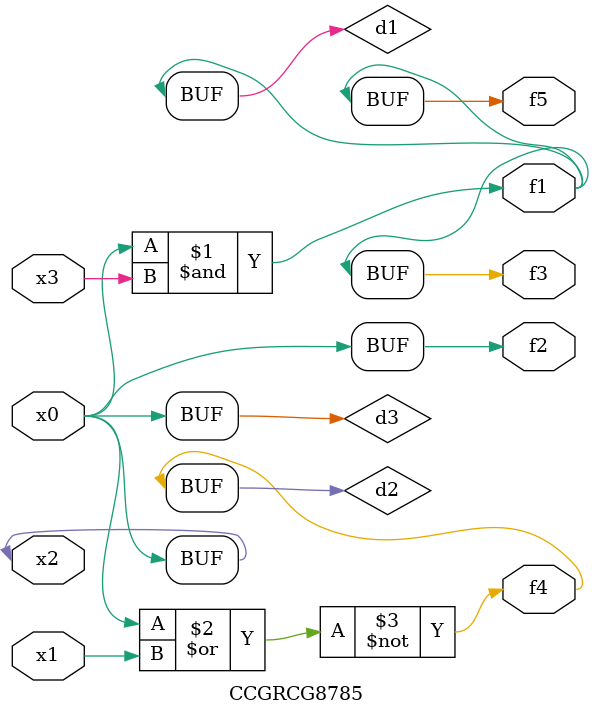
<source format=v>
module CCGRCG8785(
	input x0, x1, x2, x3,
	output f1, f2, f3, f4, f5
);

	wire d1, d2, d3;

	and (d1, x2, x3);
	nor (d2, x0, x1);
	buf (d3, x0, x2);
	assign f1 = d1;
	assign f2 = d3;
	assign f3 = d1;
	assign f4 = d2;
	assign f5 = d1;
endmodule

</source>
